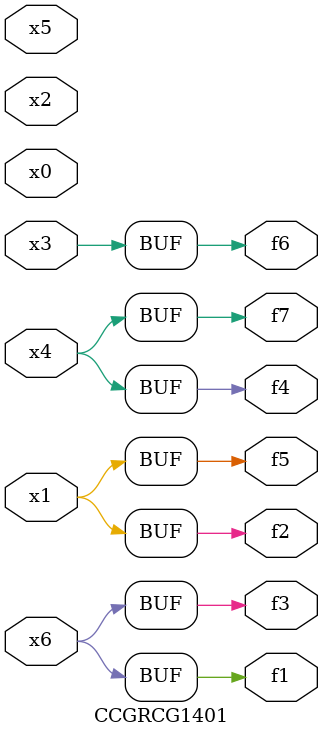
<source format=v>
module CCGRCG1401(
	input x0, x1, x2, x3, x4, x5, x6,
	output f1, f2, f3, f4, f5, f6, f7
);
	assign f1 = x6;
	assign f2 = x1;
	assign f3 = x6;
	assign f4 = x4;
	assign f5 = x1;
	assign f6 = x3;
	assign f7 = x4;
endmodule

</source>
